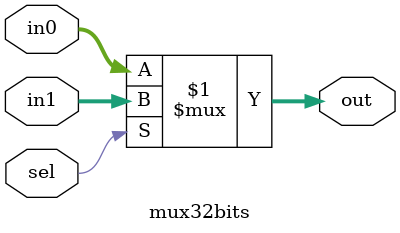
<source format=v>
module mux32bits(
    input wire [31:0] in0,
    input wire [31:0] in1,
    input wire sel,
    output wire [31:0] out
);
    assign out = sel ? in1 : in0;
endmodule
</source>
